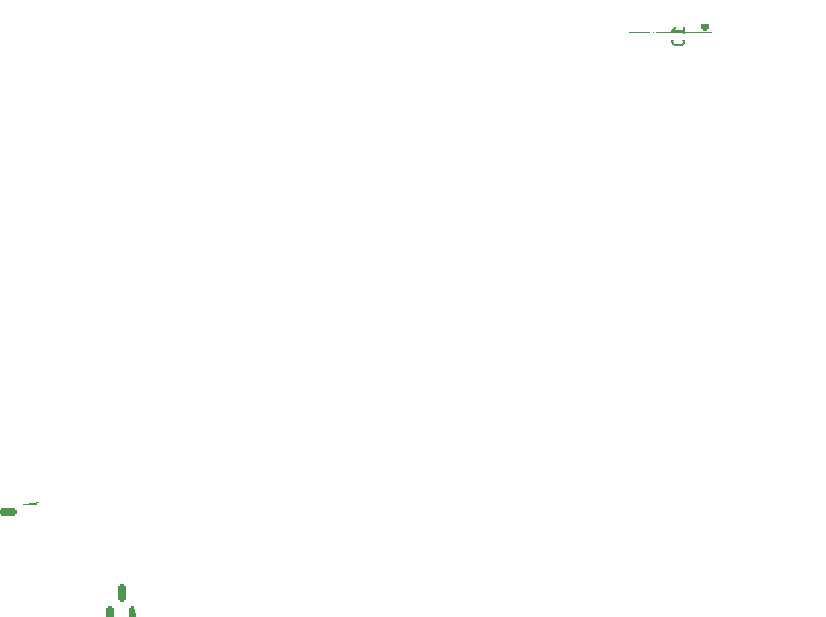
<source format=gbo>
G04 #@! TF.GenerationSoftware,KiCad,Pcbnew,(6.0.8)*
G04 #@! TF.CreationDate,2023-07-21T17:02:47-07:00*
G04 #@! TF.ProjectId,jesnet_proto_1,6a65736e-6574-45f7-9072-6f746f5f312e,rev?*
G04 #@! TF.SameCoordinates,Original*
G04 #@! TF.FileFunction,Legend,Bot*
G04 #@! TF.FilePolarity,Positive*
%FSLAX46Y46*%
G04 Gerber Fmt 4.6, Leading zero omitted, Abs format (unit mm)*
G04 Created by KiCad (PCBNEW (6.0.8)) date 2023-07-21 17:02:47*
%MOMM*%
%LPD*%
G01*
G04 APERTURE LIST*
G04 Aperture macros list*
%AMRoundRect*
0 Rectangle with rounded corners*
0 $1 Rounding radius*
0 $2 $3 $4 $5 $6 $7 $8 $9 X,Y pos of 4 corners*
0 Add a 4 corners polygon primitive as box body*
4,1,4,$2,$3,$4,$5,$6,$7,$8,$9,$2,$3,0*
0 Add four circle primitives for the rounded corners*
1,1,$1+$1,$2,$3*
1,1,$1+$1,$4,$5*
1,1,$1+$1,$6,$7*
1,1,$1+$1,$8,$9*
0 Add four rect primitives between the rounded corners*
20,1,$1+$1,$2,$3,$4,$5,0*
20,1,$1+$1,$4,$5,$6,$7,0*
20,1,$1+$1,$6,$7,$8,$9,0*
20,1,$1+$1,$8,$9,$2,$3,0*%
%AMHorizOval*
0 Thick line with rounded ends*
0 $1 width*
0 $2 $3 position (X,Y) of the first rounded end (center of the circle)*
0 $4 $5 position (X,Y) of the second rounded end (center of the circle)*
0 Add line between two ends*
20,1,$1,$2,$3,$4,$5,0*
0 Add two circle primitives to create the rounded ends*
1,1,$1,$2,$3*
1,1,$1,$4,$5*%
%AMRotRect*
0 Rectangle, with rotation*
0 The origin of the aperture is its center*
0 $1 length*
0 $2 width*
0 $3 Rotation angle, in degrees counterclockwise*
0 Add horizontal line*
21,1,$1,$2,0,0,$3*%
%AMFreePoly0*
4,1,162,-0.395661,5.240493,-0.345056,5.181347,-0.325106,5.106108,-0.339760,5.029659,-0.386115,4.967127,-0.455001,4.930884,-0.469292,4.930373,-0.689542,4.854772,-0.910067,4.743212,-1.113192,4.602437,-1.224540,4.500000,0.900000,4.500000,0.958779,4.480902,0.995106,4.430902,0.995106,4.369098,0.958779,4.319098,0.900000,4.300000,-1.406440,4.300000,-1.452262,4.244409,-1.581788,4.033933,
-1.681197,3.807670,-1.711723,3.700000,1.400000,3.700000,1.458779,3.680902,1.495106,3.630902,1.495106,3.569098,1.458779,3.519098,1.400000,3.500000,-1.758357,3.500000,-1.782745,3.325134,-1.782961,3.077996,-1.758454,2.900000,1.400000,2.900000,1.458779,2.880902,1.495106,2.830902,1.495106,2.769098,1.458779,2.719098,1.400000,2.700000,-1.711747,2.700000,-1.682256,2.595284,
-1.583242,2.368847,-1.454084,2.158145,-1.406328,2.100000,0.900000,2.100000,0.958779,2.080902,0.995106,2.030902,0.995106,1.969098,0.958779,1.919098,0.900000,1.900000,-1.224473,1.900000,-1.115640,1.799525,-0.912761,1.658396,-0.692431,1.546451,-0.472033,1.470369,-0.457435,1.469770,-0.388739,1.433167,-0.342711,1.370393,-0.328459,1.293869,-0.348802,1.218734,-0.399716,1.159854,
-0.471127,1.128879,-0.548906,1.131934,-0.549496,1.132094,-0.549715,1.132211,-0.813897,1.222390,-1.064824,1.346638,-1.297400,1.502555,-1.488802,1.670899,-1.732282,1.488289,-1.534018,1.324096,-1.284090,1.161605,-1.017142,1.028916,-0.736712,0.927790,-0.446518,0.859565,-0.150405,0.825147,0.147701,0.824991,0.443850,0.859100,0.734115,0.927021,1.014650,1.027854,1.281737,1.160263,
1.531835,1.322492,1.761629,1.512392,1.968074,1.727445,2.139589,1.953163,2.145124,1.967448,2.210057,2.028255,2.294938,2.054887,2.382970,2.042076,2.456738,1.992356,2.501648,1.915564,2.508813,1.826894,2.476817,1.743887,2.476427,1.743309,2.476270,1.743163,2.281258,1.484811,2.058726,1.248500,1.811851,1.037748,1.543552,0.855047,1.257002,0.702557,0.955590,0.582082,
0.642879,0.495045,0.585024,0.485550,0.597174,0.473315,0.687196,0.329249,0.743064,0.168820,0.762000,0.000000,0.761703,-0.021276,0.738060,-0.189502,0.677735,-0.348309,0.583726,-0.489804,0.460705,-0.606956,0.314786,-0.693941,0.153221,-0.746436,-0.015958,-0.761833,-0.184344,-0.739365,-0.343569,-0.680150,-0.485717,-0.587131,-0.603725,-0.464931,-0.691726,-0.319622,-0.745348,-0.158429,
-0.761926,0.010639,-0.740634,0.179178,-0.682532,0.338812,-0.590508,0.481606,-0.586175,0.485849,-0.645927,0.495719,-0.958548,0.583083,-1.259834,0.703873,-1.546224,0.856663,-1.814331,1.039644,-2.060986,1.250654,-2.283271,1.487198,-2.478559,1.746479,-2.478947,1.747059,-2.510566,1.830209,-2.502999,1.918847,-2.457741,1.995435,-2.383748,2.044819,-2.295658,2.057231,-2.210900,2.030214,
-2.146243,1.969113,-2.140890,1.955110,-2.069220,1.860585,-1.800958,2.061781,-1.847253,2.131256,-1.970799,2.382530,-2.060514,2.647772,-2.114864,2.922450,-2.132921,3.201871,-2.114376,3.481260,-2.059546,3.755842,-1.969368,4.020927,-1.845383,4.271984,-1.689710,4.504724,-1.505008,4.715169,-1.294433,4.899724,-1.061585,5.055235,-0.810441,5.179044,-0.545293,5.269037,-0.544703,5.269194,
-0.466909,5.271843,-0.395661,5.240493,-0.395661,5.240493,$1*%
%AMFreePoly1*
4,1,167,-0.395661,5.240493,-0.345056,5.181347,-0.325106,5.106108,-0.339760,5.029659,-0.386115,4.967127,-0.455001,4.930884,-0.469292,4.930373,-0.557778,4.900000,0.100000,4.900000,0.158779,4.880902,0.195106,4.830902,0.195106,4.769098,0.158779,4.719098,0.100000,4.700000,-0.972418,4.700000,-1.113192,4.602437,-1.295071,4.435114,-1.452262,4.244409,-1.541131,4.100000,1.200000,4.100000,
1.258779,4.080902,1.295106,4.030902,1.295106,3.969098,1.258779,3.919098,1.200000,3.900000,-1.640632,3.900000,-1.681197,3.807670,-1.748608,3.569903,-1.782745,3.325134,-1.782767,3.300000,1.400000,3.300000,1.458779,3.280902,1.495106,3.230902,1.495106,3.169098,1.458779,3.119098,1.400000,3.100000,-1.782942,3.100000,-1.782961,3.077996,-1.749252,2.833168,-1.682256,2.595284,
-1.640591,2.500000,1.200000,2.500000,1.258779,2.480902,1.295106,2.430902,1.295106,2.369098,1.258779,2.319098,1.200000,2.300000,-1.541040,2.300000,-1.454084,2.158145,-1.297227,1.967166,-1.115640,1.799525,-0.972569,1.700000,0.100000,1.700000,0.158779,1.680902,0.195106,1.630902,0.195106,1.569098,0.158779,1.519098,0.100000,1.500000,-0.557870,1.500000,-0.472033,1.470369,
-0.457435,1.469770,-0.388739,1.433167,-0.342711,1.370393,-0.328459,1.293869,-0.348802,1.218734,-0.399716,1.159854,-0.471127,1.128879,-0.548906,1.131934,-0.549496,1.132094,-0.549715,1.132211,-0.813897,1.222390,-1.064824,1.346638,-1.297400,1.502555,-1.488802,1.670899,-1.730915,1.489314,-1.518519,1.313950,-1.268589,1.151950,-1.001709,1.019722,-0.721410,0.919016,-0.431401,0.851164,
-0.135518,0.817065,0.162323,0.817169,0.458182,0.851475,0.748143,0.919529,1.028372,1.020430,1.295160,1.152845,1.544977,1.315019,1.774518,1.504809,1.980746,1.719703,2.152088,1.945216,2.157624,1.959503,2.222558,2.020310,2.307438,2.046942,2.395470,2.034131,2.469238,1.984411,2.514148,1.907619,2.521313,1.818949,2.489317,1.735942,2.488927,1.735363,2.488768,1.735215,
2.293944,1.477087,2.071644,1.240954,1.825040,1.030330,1.557042,0.847701,1.270814,0.695222,0.969734,0.574694,0.657356,0.487538,0.593504,0.477011,0.597174,0.473315,0.687196,0.329249,0.743064,0.168820,0.762000,0.000000,0.761703,-0.021276,0.738060,-0.189502,0.677735,-0.348309,0.583726,-0.489804,0.460705,-0.606956,0.314786,-0.693941,0.153221,-0.746436,-0.015958,-0.761833,
-0.184344,-0.739365,-0.343569,-0.680150,-0.485717,-0.587131,-0.603725,-0.464931,-0.691726,-0.319622,-0.745348,-0.158429,-0.761926,0.010639,-0.740634,0.179178,-0.682532,0.338812,-0.591122,0.480654,-0.630320,0.487088,-0.942759,0.574026,-1.243924,0.694344,-1.530258,0.846623,-1.798383,1.029065,-2.045135,1.239517,-2.267600,1.475495,-2.463153,1.734213,-2.463542,1.734793,-2.495307,1.817888,
-2.487894,1.906539,-2.442770,1.983205,-2.368863,2.032718,-2.280794,2.045284,-2.195989,2.018415,-2.131226,1.957427,-2.125847,1.943429,-2.065140,1.863645,-1.800958,2.061781,-1.847253,2.131256,-1.970799,2.382530,-2.060514,2.647772,-2.114864,2.922450,-2.132921,3.201871,-2.114376,3.481260,-2.059546,3.755842,-1.969368,4.020927,-1.845383,4.271984,-1.689710,4.504724,-1.505008,4.715169,
-1.294433,4.899724,-1.061585,5.055235,-0.810441,5.179044,-0.545293,5.269037,-0.544703,5.269194,-0.466909,5.271843,-0.395661,5.240493,-0.395661,5.240493,$1*%
%AMFreePoly2*
4,1,396,0.298095,7.025963,0.622659,6.973352,0.938992,6.883665,1.242873,6.758100,1.530247,6.598332,1.797282,6.406492,2.040414,6.185139,2.256400,5.937228,2.442358,5.666064,2.595807,5.375266,2.714701,5.068714,2.797453,4.750497,2.842959,4.424860,2.850611,4.096148,2.820309,3.768746,2.752455,3.447023,2.647956,3.135270,2.508206,2.837646,2.335068,2.558123,2.153620,2.329157,
2.343432,2.139387,2.384009,2.182744,2.585550,2.451341,2.756803,2.740193,2.895752,3.045899,3.000760,3.364860,3.070592,3.693321,3.104426,4.027414,3.101862,4.363206,3.062932,4.696744,2.988094,5.024100,2.878228,5.341420,2.741434,5.630583,2.730471,5.643116,2.706731,5.728850,2.722519,5.816398,2.774711,5.888438,2.852981,5.930718,2.941844,5.934874,3.023718,5.900082,
3.082405,5.833227,3.082737,5.832613,3.082792,5.832414,3.238818,5.504369,3.360115,5.161005,3.444974,4.806871,3.492473,4.445822,3.502094,4.081790,3.473733,3.718736,3.407697,3.360614,3.304707,3.011322,3.165883,2.674662,2.992736,2.354299,2.787152,2.053721,2.551368,1.776200,2.287951,1.524756,1.999769,1.302128,1.689959,1.110739,1.361893,0.952672,1.019143,0.829648,
0.665441,0.743007,0.308006,0.694151,0.321129,0.689478,0.334039,0.684881,0.477472,0.593856,0.597174,0.473315,0.687196,0.329249,0.743064,0.168820,0.762000,0.000000,0.761703,-0.021276,0.738060,-0.189502,0.677735,-0.348309,0.583726,-0.489804,0.460705,-0.606956,0.314786,-0.693941,0.153221,-0.746436,-0.015958,-0.761833,-0.184344,-0.739365,-0.343569,-0.680150,-0.485717,-0.587131,
-0.603725,-0.464931,-0.691726,-0.319622,-0.745348,-0.158429,-0.761926,0.010639,-0.740634,0.179178,-0.682532,0.338812,-0.590508,0.481606,-0.469134,0.600464,-0.324444,0.689478,-0.295116,0.699462,-0.422535,0.708771,-0.780985,0.773002,-1.130791,0.874233,-1.468146,1.011360,-1.789376,1.182892,-2.090986,1.386960,-2.091543,1.387381,-2.148579,1.455650,-2.170368,1.541901,-2.152597,1.629068,
-2.098784,1.699906,-2.019575,1.740400,-1.930641,1.742538,-1.849577,1.705898,-1.839098,1.693400,-1.574076,1.514891,-1.276876,1.358575,-0.964488,1.235380,-0.640592,1.146756,-0.309001,1.093747,0.026382,1.076977,0.361608,1.096643,0.692729,1.152513,1.015848,1.243931,1.327160,1.369819,1.623000,1.528695,1.899884,1.718690,2.060447,1.856686,1.870825,2.046266,1.640468,1.863942,
1.360839,1.690974,1.063131,1.551403,0.751315,1.447093,0.429550,1.379434,0.102131,1.349330,-0.226577,1.357181,-0.552186,1.402884,-0.870353,1.485828,-1.176833,1.604907,-1.467538,1.758533,-1.738589,1.944655,-1.986370,2.160791,-2.207575,2.404057,-2.399254,2.671207,-2.558848,2.958679,-2.684229,3.262635,-2.773724,3.579022,-2.826140,3.903618,-2.840776,4.232093,-2.817438,4.560065,
-2.756436,4.883158,-2.658586,5.197061,-2.525191,5.497587,-2.358033,5.780727,-2.309419,5.818890,-2.247659,5.821190,-2.196341,5.786749,-2.175069,5.728722,-2.191967,5.669273,-2.202356,5.661117,-2.357382,5.397107,-2.484632,5.104865,-2.575895,4.799465,-2.629852,4.485320,-2.645723,4.166971,-2.623278,3.849018,-2.562844,3.536055,-2.465291,3.232605,-2.332031,2.943054,-2.164989,2.671586,
-1.966580,2.422123,-1.739669,2.198271,-1.487537,2.003265,-1.213826,1.839923,-0.922493,1.710604,-0.617748,1.617179,-0.303994,1.560997,0.014235,1.542870,0.332339,1.563060,0.645723,1.621275,0.949856,1.716674,1.240345,1.847878,1.512990,2.012991,1.732224,2.184836,1.277196,2.639763,1.219314,2.589316,0.987802,2.437517,0.737787,2.318635,0.473919,2.234884,0.201109,2.187820,
-0.075569,2.178319,-0.350965,2.206559,-0.619956,2.272014,-0.877537,2.373466,-1.118916,2.509027,-1.339601,2.676175,-1.535487,2.871801,-1.702928,3.092264,-1.838810,3.333463,-1.940604,3.590909,-2.006416,3.859813,-2.035022,4.135171,-2.025889,4.411861,-1.979187,4.684734,-1.895786,4.948713,-1.777236,5.198886,-1.731841,5.240826,-1.670464,5.248074,-1.616549,5.217860,-1.590689,5.161727,
-1.602764,5.101114,-1.611861,5.092710,-1.718518,4.865634,-1.795086,4.614355,-1.834976,4.354715,-1.837368,4.092040,-1.802214,3.831717,-1.730234,3.579085,-1.622906,3.339326,-1.482429,3.117357,-1.311687,2.917730,-1.114179,2.744540,-0.893958,2.601340,-0.655539,2.491065,-0.403813,2.415978,-0.143943,2.377618,0.118741,2.376774,0.378853,2.413461,0.631056,2.486927,0.870179,2.595666,
1.091317,2.737447,1.138576,2.778353,0.701768,3.215063,0.596226,3.141209,0.406467,3.052494,0.204257,2.997816,-0.004351,2.978812,-0.213112,2.996051,-0.415778,3.049016,-0.606279,3.136123,-0.778915,3.254763,-0.928516,3.401385,-1.050604,3.571600,-1.141525,3.760312,-1.198555,3.961871,-1.219989,4.170243,-1.205185,4.379191,-1.154585,4.582460,-1.117441,4.631857,-1.058357,4.649987,
-0.999900,4.629925,-0.964399,4.579335,-0.965415,4.517540,-0.972312,4.508368,-1.014976,4.329932,-1.023313,4.135682,-0.994468,3.943404,-0.929500,3.760151,-0.830789,3.592643,-0.701958,3.447023,-0.547730,3.328631,-0.373762,3.241811,-0.186433,3.189745,0.007385,3.174344,0.200585,3.196172,0.386082,3.254428,0.557072,3.346977,0.564071,3.352729,0.103873,3.812825,0.000000,3.796373,
-0.124569,3.816103,-0.236944,3.873361,-0.326125,3.962542,-0.383383,4.074917,-0.403113,4.199486,-0.383383,4.324055,-0.326125,4.436430,-0.236944,4.525611,-0.124569,4.582869,0.000000,4.602599,0.124569,4.582869,0.236944,4.525611,0.326125,4.436430,0.383383,4.324055,0.403113,4.199486,0.386676,4.095708,0.842163,3.640322,0.924304,3.790933,0.983153,3.976242,1.005598,4.169372,
0.990816,4.363238,0.939349,4.550732,0.853085,4.724977,0.735188,4.879583,0.589980,5.008879,0.422788,5.108124,0.239743,5.173678,0.047559,5.203137,-0.146717,5.195421,-0.325288,5.153328,-0.334482,5.146460,-0.396280,5.145641,-0.446757,5.181303,-0.466632,5.239824,-0.448313,5.298851,-0.398798,5.335836,-0.195368,5.385786,0.013626,5.399923,0.221929,5.377823,0.423305,5.320148,
0.611725,5.228625,0.781549,5.105994,0.927692,4.955925,1.045780,4.782911,1.132277,4.592132,1.184595,4.389298,1.201167,4.180483,1.181496,3.971936,1.126172,3.769902,1.036851,3.580428,0.981150,3.501366,1.421462,3.061152,1.461958,3.107887,1.603859,3.328948,1.712727,3.568012,1.786330,3.820176,1.823158,4.080267,1.822456,4.342952,1.784237,4.602843,1.709286,4.854610,
1.599141,5.093088,1.456059,5.313387,1.282977,5.510988,1.083443,5.681839,0.861550,5.822435,0.621848,5.929894,0.369256,6.002010,0.108952,6.037305,-0.153725,6.035055,-0.413386,5.995307,-0.664706,5.918874,-0.891839,5.812341,-0.900250,5.803248,-0.960869,5.791207,-1.016988,5.817097,-1.047172,5.871029,-1.039892,5.932402,-0.997926,5.977774,-0.747689,6.096187,-0.483665,6.179446,
-0.210767,6.225999,0.065927,6.234982,0.341270,6.206228,0.610139,6.140270,0.867530,6.038337,1.108655,5.902324,1.329027,5.734764,1.524546,5.538772,1.691575,5.317996,1.827006,5.076544,1.928318,4.818908,1.993627,4.549881,2.021718,4.274470,2.012067,3.997798,1.964856,3.725013,1.880961,3.461190,1.761944,3.211239,1.610020,2.979810,1.560076,2.922568,2.015028,2.467718,
2.186096,2.685690,2.351375,2.958236,2.482755,3.248645,2.578337,3.552720,2.636742,3.866069,2.657124,4.184161,2.639190,4.502400,2.583198,4.816188,2.489957,5.120990,2.360815,5.412402,2.197638,5.686211,2.002784,5.938461,1.779070,6.165507,1.529727,6.364068,1.258360,6.531274,0.968889,6.664709,0.665499,6.762445,0.352573,6.823069,0.034633,6.845705,-0.283726,6.830027,
-0.597903,6.776260,-0.903358,6.685182,-1.195677,6.558109,-1.459782,6.403241,-1.467943,6.392859,-1.527402,6.375997,-1.585416,6.397305,-1.619827,6.448643,-1.617490,6.510402,-1.579297,6.558993,-1.296056,6.725979,-0.995449,6.859192,-0.681486,6.956852,-0.358357,7.017658,-0.030371,7.040798,0.298095,7.025963,0.298095,7.025963,$1*%
%AMFreePoly3*
4,1,342,0.155291,0.579555,0.300000,0.519615,0.424264,0.424264,0.519615,0.300000,0.579555,0.155291,0.600000,0.000000,0.579555,-0.155291,0.519615,-0.300000,0.424264,-0.424264,0.300000,-0.519615,0.155291,-0.579555,0.100000,-0.586834,0.100000,-0.799910,0.155299,-0.799678,0.507653,-0.833906,0.854759,-0.903498,1.193075,-1.007746,1.519152,-1.145586,1.829662,-1.315612,2.121439,-1.516090,
2.121993,-1.516514,2.178654,-1.585095,2.199969,-1.671464,2.181720,-1.758533,2.127520,-1.829074,2.048089,-1.869133,1.959144,-1.870783,1.878283,-1.833698,1.867831,-1.821092,1.601005,-1.639340,1.301552,-1.480058,0.986535,-1.354333,0.659700,-1.263662,0.324934,-1.209123,-0.013780,-1.191365,-0.352414,-1.210600,-0.686939,-1.266597,-1.013376,-1.358692,-1.327842,-1.485789,-1.626597,-1.646375,
-1.906087,-1.838541,-2.052447,-1.964711,-1.570297,-2.446861,-1.392771,-2.306979,-1.133072,-2.150302,-0.855925,-2.027091,-0.565622,-1.939253,-0.266658,-1.888148,0.036338,-1.874568,0.338675,-1.898722,0.635672,-1.960236,0.922731,-2.058159,1.195405,-2.190973,1.449475,-2.356623,1.681005,-2.552544,1.886411,-2.775702,2.062513,-3.022642,2.206583,-3.289541,2.316392,-3.572266,2.390239,-3.866439,
2.426981,-4.167506,2.426048,-4.470805,2.387455,-4.771640,2.311801,-5.065354,2.200255,-5.347397,2.054545,-5.613405,2.007008,-5.652901,1.945335,-5.656911,1.893083,-5.623905,1.870210,-5.566489,1.885455,-5.506595,1.895410,-5.498324,2.028796,-5.253207,2.133710,-4.981354,2.202484,-4.698192,2.233957,-4.408501,2.227598,-4.117176,2.183512,-3.829135,2.102446,-3.549243,1.985768,-3.282228,
1.835449,-3.032598,1.654026,-2.804570,1.444565,-2.601993,1.210603,-2.428291,0.956091,-2.286395,0.685326,-2.178703,0.402882,-2.107033,0.113530,-2.072595,-0.177846,-2.075972,-0.466323,-2.117106,-0.747030,-2.195302,-1.015226,-2.309240,-1.266382,-2.456995,-1.431518,-2.585640,-0.988041,-3.029116,-0.834785,-2.918597,-0.615868,-2.806612,-0.382523,-2.729052,-0.140128,-2.687702,0.105734,-2.683517,
0.349396,-2.716591,0.585246,-2.786164,0.807848,-2.890633,1.012074,-3.027589,1.193218,-3.193878,1.347107,-3.385669,1.470195,-3.598542,1.559646,-3.827592,1.613398,-4.067542,1.630214,-4.312863,1.609706,-4.557904,1.552346,-4.797017,1.459456,-5.024694,1.416101,-5.068740,1.355137,-5.078890,1.299849,-5.051267,1.271357,-4.996423,1.280544,-4.935306,1.289346,-4.926364,1.372329,-4.719007,
1.422609,-4.489122,1.434366,-4.254097,1.407279,-4.020342,1.342088,-3.794234,1.240570,-3.581938,1.105495,-3.389248,0.940546,-3.221417,0.750224,-3.083025,0.539719,-2.977846,0.314773,-2.908748,0.081522,-2.877617,-0.153671,-2.885302,-0.384392,-2.931593,-0.604347,-3.015228,-0.807537,-3.133925,-0.848852,-3.168305,-0.428332,-3.588825,-0.411133,-3.616295,-0.279571,-3.550440,-0.113852,-3.508143,
0.057071,-3.502038,0.225386,-3.532406,0.383399,-3.597857,0.523889,-3.695400,0.640433,-3.820578,0.727706,-3.967668,0.781717,-4.129948,0.800000,-4.300000,0.780902,-4.358779,0.730902,-4.395106,0.669098,-4.395106,0.619098,-4.358779,0.600000,-4.300000,0.603447,-4.289392,0.586263,-4.151538,0.531878,-4.012162,0.444943,-3.890401,0.330777,-3.793708,0.196368,-3.727999,0.049941,-3.697297,
-0.099542,-3.703479,-0.242933,-3.746169,-0.371457,-3.822752,-0.477248,-3.928543,-0.553831,-4.057067,-0.596521,-4.200458,-0.602703,-4.349941,-0.572001,-4.496368,-0.506292,-4.630777,-0.409599,-4.744943,-0.287838,-4.831878,-0.148462,-4.886263,-0.010608,-4.903447,0.000000,-4.900000,0.058779,-4.919098,0.095106,-4.969098,0.095106,-5.030902,0.058779,-5.080902,0.000000,-5.100000,-0.170052,-5.081717,
-0.332332,-5.027706,-0.479422,-4.940433,-0.604600,-4.823889,-0.702143,-4.683399,-0.767594,-4.525386,-0.797962,-4.357071,-0.791857,-4.186148,-0.749560,-4.020429,-0.683695,-3.888848,-0.711422,-3.871421,-1.131920,-3.450923,-1.142060,-3.462686,-1.264269,-3.663784,-1.351711,-3.882253,-1.402003,-4.112135,-1.413772,-4.347160,-1.386698,-4.580916,-1.321518,-4.807028,-1.220011,-5.019329,-1.084946,-5.212026,
-0.920006,-5.379865,-0.729690,-5.518267,-0.519191,-5.623457,-0.294248,-5.692566,-0.060999,-5.723709,0.174195,-5.716036,0.404918,-5.669757,0.613682,-5.590390,0.622778,-5.581743,0.684046,-5.573619,0.738387,-5.603060,0.765045,-5.658819,0.753838,-5.719598,0.709044,-5.762181,0.479789,-5.851102,0.239716,-5.904300,-0.005644,-5.920549,-0.250636,-5.899474,-0.489617,-5.841562,-0.717078,-5.748146,
-0.927781,-5.621379,-1.116869,-5.464182,-1.279987,-5.280176,-1.413375,-5.073602,-1.513961,-4.849219,-1.579427,-4.612196,-1.608264,-4.367996,-1.599808,-4.122244,-1.554255,-3.880603,-1.472652,-3.648641,-1.356882,-3.431702,-1.268849,-3.313994,-1.717541,-2.865302,-1.877055,-3.075621,-2.021549,-3.328667,-2.132008,-3.598315,-2.206567,-3.880010,-2.243965,-4.168995,-2.243572,-4.460389,-2.205394,-4.749272,
-2.130076,-5.030765,-2.018890,-5.300114,-1.873714,-5.552769,-1.696999,-5.784465,-1.491731,-5.991288,-1.261374,-6.169745,-1.009821,-6.316823,-0.741318,-6.430037,-0.460401,-6.507475,-0.171814,-6.547831,0.119569,-6.550421,0.408828,-6.515203,0.691077,-6.442772,0.961550,-6.334350,1.204922,-6.197803,1.213063,-6.187743,1.272755,-6.171725,1.330461,-6.193852,1.364141,-6.245673,1.360928,-6.307393,
1.322051,-6.355437,1.057951,-6.504576,0.777373,-6.619761,0.484663,-6.699209,0.184352,-6.741690,-0.118909,-6.746546,-0.420426,-6.713702,-0.715530,-6.643667,-0.999652,-6.537525,-1.268392,-6.396919,-1.517589,-6.224027,-1.743386,-6.021524,-1.942285,-5.792548,-2.111208,-5.540643,-2.247539,-5.269709,-2.349167,-4.983942,-2.414519,-4.687765,-2.442582,-4.385766,-2.432922,-4.082619,-2.385689,-3.783019,
-2.301613,-3.491604,-2.181998,-3.212887,-2.028694,-2.951183,-1.856329,-2.726514,-2.336584,-2.246259,-2.394243,-2.308122,-2.597102,-2.579951,-2.769153,-2.872254,-2.908347,-3.181556,-3.013031,-3.504176,-3.081957,-3.836278,-3.114308,-4.173911,-3.109697,-4.513059,-3.068180,-4.849688,-2.990251,-5.179793,-2.876836,-5.499449,-2.736235,-5.790465,-2.725123,-5.802953,-2.700658,-5.888482,-2.715703,-5.976161,
-2.767283,-6.048641,-2.845192,-6.091583,-2.934017,-6.096491,-3.016182,-6.062395,-3.075434,-5.996039,-3.075771,-5.995427,-3.075824,-5.995239,-3.230726,-5.677904,-3.353137,-5.345728,-3.441420,-5.002899,-3.494674,-4.652914,-3.512355,-4.299342,-3.494284,-3.945790,-3.440645,-3.595864,-3.351985,-3.253133,-3.229207,-2.921092,-3.073565,-2.603128,-2.886646,-2.302484,-2.670356,-2.022227,-2.426901,-1.765214,
-2.158765,-1.534068,-1.868682,-1.331146,-1.559611,-1.158518,-1.234704,-1.017943,-0.897276,-0.910857,-0.550767,-0.838351,-0.198712,-0.801165,-0.100000,-0.800750,-0.100000,-0.586834,-0.155291,-0.579555,-0.300000,-0.519615,-0.424264,-0.424264,-0.519615,-0.300000,-0.579555,-0.155291,-0.600000,0.000000,-0.579555,0.155291,-0.519615,0.300000,-0.424264,0.424264,-0.300000,0.519615,-0.155291,0.579555,
0.000000,0.600000,0.155291,0.579555,0.155291,0.579555,$1*%
%AMFreePoly4*
4,1,396,0.298095,7.025963,0.622659,6.973352,0.938992,6.883665,1.242873,6.758100,1.530247,6.598332,1.797282,6.406492,2.040414,6.185139,2.256400,5.937228,2.442358,5.666064,2.595807,5.375266,2.714701,5.068714,2.797453,4.750497,2.842959,4.424860,2.850611,4.096148,2.820309,3.768746,2.752455,3.447023,2.647956,3.135270,2.508206,2.837646,2.335068,2.558123,2.153620,2.329157,
2.343432,2.139387,2.384009,2.182744,2.585550,2.451341,2.756803,2.740193,2.895752,3.045899,3.000760,3.364860,3.070592,3.693321,3.104426,4.027414,3.101862,4.363206,3.062932,4.696744,2.988094,5.024100,2.878228,5.341420,2.741434,5.630583,2.730471,5.643116,2.706731,5.728850,2.722519,5.816398,2.774711,5.888438,2.852981,5.930718,2.941844,5.934874,3.023718,5.900082,
3.082405,5.833227,3.082737,5.832613,3.082792,5.832414,3.238818,5.504369,3.360115,5.161005,3.444974,4.806871,3.492473,4.445822,3.502094,4.081790,3.473733,3.718736,3.407697,3.360614,3.304707,3.011322,3.165883,2.674662,2.992736,2.354299,2.787152,2.053721,2.551368,1.776200,2.287951,1.524756,1.999769,1.302128,1.689959,1.110739,1.361893,0.952672,1.019143,0.829648,
0.665441,0.743007,0.308006,0.694151,0.321129,0.689478,0.334039,0.684881,0.477472,0.593856,0.597174,0.473315,0.687196,0.329249,0.743064,0.168820,0.762000,0.000000,0.761703,-0.021276,0.738060,-0.189502,0.677735,-0.348309,0.583726,-0.489804,0.460705,-0.606956,0.314786,-0.693941,0.153221,-0.746436,-0.015958,-0.761833,-0.184344,-0.739365,-0.343569,-0.680150,-0.485717,-0.587131,
-0.603725,-0.464931,-0.691726,-0.319622,-0.745348,-0.158429,-0.761926,0.010639,-0.740634,0.179178,-0.682532,0.338812,-0.590508,0.481606,-0.469134,0.600464,-0.324444,0.689478,-0.295116,0.699462,-0.422535,0.708771,-0.780985,0.773002,-1.130791,0.874233,-1.468146,1.011360,-1.789376,1.182892,-2.090986,1.386960,-2.091543,1.387381,-2.148579,1.455650,-2.170368,1.541901,-2.152597,1.629068,
-2.098784,1.699906,-2.019575,1.740400,-1.930641,1.742538,-1.849577,1.705898,-1.839098,1.693400,-1.574076,1.514891,-1.276876,1.358575,-0.964488,1.235380,-0.640592,1.146756,-0.309001,1.093747,0.026382,1.076977,0.361608,1.096643,0.692729,1.152513,1.015848,1.243931,1.327160,1.369819,1.623000,1.528695,1.899884,1.718690,2.060447,1.856686,1.870825,2.046266,1.640468,1.863942,
1.360839,1.690974,1.063131,1.551403,0.751315,1.447093,0.429550,1.379434,0.102131,1.349330,-0.226577,1.357181,-0.552186,1.402884,-0.870353,1.485828,-1.176833,1.604907,-1.467538,1.758533,-1.738589,1.944655,-1.986370,2.160791,-2.207575,2.404057,-2.399254,2.671207,-2.558848,2.958679,-2.684229,3.262635,-2.773724,3.579022,-2.826140,3.903618,-2.840776,4.232093,-2.817438,4.560065,
-2.756436,4.883158,-2.658586,5.197061,-2.525191,5.497587,-2.358033,5.780727,-2.309419,5.818890,-2.247659,5.821190,-2.196341,5.786749,-2.175069,5.728722,-2.191967,5.669273,-2.202356,5.661117,-2.357382,5.397107,-2.484632,5.104865,-2.575895,4.799465,-2.629852,4.485320,-2.645723,4.166971,-2.623278,3.849018,-2.562844,3.536055,-2.465291,3.232605,-2.332031,2.943054,-2.164989,2.671586,
-1.966580,2.422123,-1.739669,2.198271,-1.487537,2.003265,-1.213826,1.839923,-0.922493,1.710604,-0.617748,1.617179,-0.303994,1.560997,0.014235,1.542870,0.332339,1.563060,0.645723,1.621275,0.949856,1.716674,1.240345,1.847878,1.512990,2.012991,1.732224,2.184836,1.277196,2.639763,1.219314,2.589316,0.987802,2.437517,0.737787,2.318635,0.473919,2.234884,0.201109,2.187820,
-0.075569,2.178319,-0.350965,2.206559,-0.619956,2.272014,-0.877537,2.373466,-1.118916,2.509027,-1.339601,2.676175,-1.535487,2.871801,-1.702928,3.092264,-1.838810,3.333463,-1.940604,3.590909,-2.006416,3.859813,-2.035022,4.135171,-2.025889,4.411861,-1.979187,4.684734,-1.895786,4.948713,-1.777236,5.198886,-1.731841,5.240826,-1.670464,5.248074,-1.616549,5.217860,-1.590689,5.161727,
-1.602764,5.101114,-1.611861,5.092710,-1.718518,4.865634,-1.795086,4.614355,-1.834976,4.354715,-1.837368,4.092040,-1.802214,3.831717,-1.730234,3.579085,-1.622906,3.339326,-1.482429,3.117357,-1.311687,2.917730,-1.114179,2.744540,-0.893958,2.601340,-0.655539,2.491065,-0.403813,2.415978,-0.143943,2.377618,0.118741,2.376774,0.378853,2.413461,0.631056,2.486927,0.870179,2.595666,
1.091317,2.737447,1.138576,2.778353,0.701718,3.215114,0.600059,3.143430,0.410754,3.054069,0.208886,2.998653,0.000489,2.978840,-0.208205,2.995222,-0.410958,3.047309,-0.601707,3.133544,-0.774750,3.251349,-0.924912,3.397201,-1.047706,3.566740,-1.139458,3.754898,-1.197426,3.956048,-1.219878,4.164177,-1.206141,4.373062,-1.156627,4.576459,-1.119742,4.626049,-1.060753,4.644488,
-1.002192,4.624733,-0.966427,4.574329,-0.967119,4.512529,-0.973971,4.503317,-1.015681,4.324791,-1.023032,4.130626,-0.993260,3.938617,-0.927455,3.755796,-0.828028,3.588859,-0.698619,3.443921,-0.543968,3.326289,-0.369741,3.240273,-0.182318,3.189024,0.011435,3.174417,0.204423,3.196989,0.389577,3.255912,0.560115,3.349028,0.564305,3.352496,0.103873,3.812825,0.000000,3.796373,
-0.124569,3.816103,-0.236944,3.873361,-0.326125,3.962542,-0.383383,4.074917,-0.403113,4.199486,-0.383383,4.324055,-0.326125,4.436430,-0.236944,4.525611,-0.124569,4.582869,0.000000,4.602599,0.124569,4.582869,0.236944,4.525611,0.326125,4.436430,0.383383,4.324055,0.403113,4.199486,0.386676,4.095708,0.842354,3.640131,0.925593,3.793960,0.983815,3.979336,1.005656,4.172408,
0.990316,4.366105,0.938357,4.553332,0.851682,4.727233,0.733467,4.881437,0.588039,5.010296,0.420727,5.109091,0.237658,5.174204,0.045538,5.203249,-0.148597,5.195162,-0.326968,5.152775,-0.336151,5.145891,-0.397948,5.144965,-0.448486,5.180539,-0.468463,5.239025,-0.450248,5.298083,-0.400797,5.335155,-0.197589,5.385438,0.011242,5.399966,0.219455,5.378302,0.420823,5.321096,
0.609326,5.230056,0.779329,5.107906,0.925749,4.958296,1.044208,4.785701,1.131164,4.595279,1.184018,4.392725,1.201190,4.184094,1.182166,3.975624,1.127515,3.773547,1.038870,3.583906,0.981141,3.501375,1.421462,3.061152,1.461958,3.107887,1.603859,3.328948,1.712727,3.568012,1.786330,3.820176,1.823158,4.080267,1.822456,4.342952,1.784237,4.602843,1.709286,4.854610,
1.599141,5.093088,1.456059,5.313387,1.282977,5.510988,1.083443,5.681839,0.861550,5.822435,0.621848,5.929894,0.369256,6.002010,0.108952,6.037305,-0.153725,6.035055,-0.413386,5.995307,-0.664706,5.918874,-0.891839,5.812341,-0.900250,5.803248,-0.960869,5.791207,-1.016988,5.817097,-1.047172,5.871029,-1.039892,5.932402,-0.997926,5.977774,-0.747689,6.096187,-0.483665,6.179446,
-0.210767,6.225999,0.065927,6.234982,0.341270,6.206228,0.610139,6.140270,0.867530,6.038337,1.108655,5.902324,1.329027,5.734764,1.524546,5.538772,1.691575,5.317996,1.827006,5.076544,1.928318,4.818908,1.993627,4.549881,2.021718,4.274470,2.012067,3.997798,1.964856,3.725013,1.880961,3.461190,1.761944,3.211239,1.610020,2.979810,1.560076,2.922568,2.015028,2.467718,
2.186096,2.685690,2.351375,2.958236,2.482755,3.248645,2.578337,3.552720,2.636742,3.866069,2.657124,4.184161,2.639190,4.502400,2.583198,4.816188,2.489957,5.120990,2.360815,5.412402,2.197638,5.686211,2.002784,5.938461,1.779070,6.165507,1.529727,6.364068,1.258360,6.531274,0.968889,6.664709,0.665499,6.762445,0.352573,6.823069,0.034633,6.845705,-0.283726,6.830027,
-0.597903,6.776260,-0.903358,6.685182,-1.195677,6.558109,-1.459782,6.403241,-1.467943,6.392859,-1.527402,6.375997,-1.585416,6.397305,-1.619827,6.448643,-1.617490,6.510402,-1.579297,6.558993,-1.296056,6.725979,-0.995449,6.859192,-0.681486,6.956852,-0.358357,7.017658,-0.030371,7.040798,0.298095,7.025963,0.298095,7.025963,$1*%
%AMFreePoly5*
4,1,342,0.155291,0.579555,0.300000,0.519615,0.424264,0.424264,0.519615,0.300000,0.579555,0.155291,0.600000,0.000000,0.579555,-0.155291,0.519615,-0.300000,0.424264,-0.424264,0.300000,-0.519615,0.155291,-0.579555,0.100000,-0.586834,0.100000,-0.799910,0.155299,-0.799678,0.507653,-0.833906,0.854759,-0.903498,1.193075,-1.007746,1.519152,-1.145586,1.829662,-1.315612,2.121439,-1.516090,
2.121993,-1.516514,2.178654,-1.585095,2.199969,-1.671464,2.181720,-1.758533,2.127520,-1.829074,2.048089,-1.869133,1.959144,-1.870783,1.878283,-1.833698,1.867831,-1.821092,1.601005,-1.639340,1.301552,-1.480058,0.986535,-1.354333,0.659700,-1.263662,0.324934,-1.209123,-0.013780,-1.191365,-0.352414,-1.210600,-0.686939,-1.266597,-1.013376,-1.358692,-1.327842,-1.485789,-1.626597,-1.646375,
-1.906087,-1.838541,-2.052447,-1.964711,-1.570297,-2.446861,-1.392771,-2.306979,-1.133072,-2.150302,-0.855925,-2.027091,-0.565622,-1.939253,-0.266658,-1.888148,0.036338,-1.874568,0.338675,-1.898722,0.635672,-1.960236,0.922731,-2.058159,1.195405,-2.190973,1.449475,-2.356623,1.681005,-2.552544,1.886411,-2.775702,2.062513,-3.022642,2.206583,-3.289541,2.316392,-3.572266,2.390239,-3.866439,
2.426981,-4.167506,2.426048,-4.470805,2.387455,-4.771640,2.311801,-5.065354,2.200255,-5.347397,2.054545,-5.613405,2.007008,-5.652901,1.945335,-5.656911,1.893083,-5.623905,1.870210,-5.566489,1.885455,-5.506595,1.895410,-5.498324,2.028796,-5.253207,2.133710,-4.981354,2.202484,-4.698192,2.233957,-4.408501,2.227598,-4.117176,2.183512,-3.829135,2.102446,-3.549243,1.985768,-3.282228,
1.835449,-3.032598,1.654026,-2.804570,1.444565,-2.601993,1.210603,-2.428291,0.956091,-2.286395,0.685326,-2.178703,0.402882,-2.107033,0.113530,-2.072595,-0.177846,-2.075972,-0.466323,-2.117106,-0.747030,-2.195302,-1.015226,-2.309240,-1.266382,-2.456995,-1.431518,-2.585640,-0.987921,-3.029236,-0.838498,-2.920874,-0.619953,-2.808331,-0.386895,-2.730151,-0.144692,-2.688134,0.101080,-2.683249,
0.344762,-2.715606,0.580743,-2.784463,0.803588,-2.888232,1.008166,-3.024524,1.189767,-3.190201,1.344209,-3.381449,1.467936,-3.593863,1.558098,-3.822552,1.612620,-4.062250,1.630246,-4.307438,1.610570,-4.552470,1.554046,-4.791704,1.461975,-5.019632,1.418774,-5.063829,1.357845,-5.074191,1.302462,-5.046761,1.273778,-4.992017,1.282751,-4.930868,1.291523,-4.921894,1.373759,-4.714320,
1.423239,-4.484337,1.434203,-4.249346,1.406351,-4.015755,1.340443,-3.789929,1.238277,-3.578027,1.102636,-3.385823,0.937218,-3.218558,0.746533,-3.080790,0.535778,-2.976275,0.310700,-2.907863,0.077432,-2.877418,-0.157666,-2.885771,-0.388185,-2.932693,-0.607842,-3.016905,-0.810649,-3.136112,-0.848978,-3.168179,-0.428332,-3.588825,-0.411133,-3.616295,-0.279571,-3.550440,-0.113852,-3.508143,
0.057071,-3.502038,0.225386,-3.532406,0.383399,-3.597857,0.523889,-3.695400,0.640433,-3.820578,0.727706,-3.967668,0.781717,-4.129948,0.800000,-4.300000,0.780902,-4.358779,0.730902,-4.395106,0.669098,-4.395106,0.619098,-4.358779,0.600000,-4.300000,0.603447,-4.289392,0.586263,-4.151538,0.531878,-4.012162,0.444943,-3.890401,0.330777,-3.793708,0.196368,-3.727999,0.049941,-3.697297,
-0.099542,-3.703479,-0.242933,-3.746169,-0.371457,-3.822752,-0.477248,-3.928543,-0.553831,-4.057067,-0.596521,-4.200458,-0.602703,-4.349941,-0.572001,-4.496368,-0.506292,-4.630777,-0.409599,-4.744943,-0.287838,-4.831878,-0.148462,-4.886263,-0.010608,-4.903447,0.000000,-4.900000,0.058779,-4.919098,0.095106,-4.969098,0.095106,-5.030902,0.058779,-5.080902,0.000000,-5.100000,-0.170052,-5.081717,
-0.332332,-5.027706,-0.479422,-4.940433,-0.604600,-4.823889,-0.702143,-4.683399,-0.767594,-4.525386,-0.797962,-4.357071,-0.791857,-4.186148,-0.749560,-4.020429,-0.683695,-3.888848,-0.711422,-3.871421,-1.131738,-3.451105,-1.144207,-3.465647,-1.265866,-3.666991,-1.352738,-3.885610,-1.402454,-4.115543,-1.413658,-4.350522,-1.386047,-4.584142,-1.320371,-4.810035,-1.218422,-5.022042,-1.082978,-5.214385,
-0.917733,-5.381820,-0.727189,-5.519784,-0.516542,-5.624514,-0.291533,-5.693158,-0.058297,-5.723842,0.176810,-5.715731,0.407377,-5.669046,0.615933,-5.589335,0.625013,-5.580672,0.686266,-5.572442,0.740658,-5.601787,0.767414,-5.657500,0.756313,-5.718298,0.711595,-5.760960,0.482567,-5.850258,0.242665,-5.903875,-0.002588,-5.920576,-0.247544,-5.899976,-0.486563,-5.842549,-0.714141,-5.749618,
-0.925038,-5.623323,-1.114397,-5.466571,-1.277859,-5.282973,-1.411658,-5.076756,-1.512715,-4.852668,-1.578703,-4.615869,-1.608101,-4.371813,-1.600233,-4.126118,-1.555280,-3.884442,-1.474278,-3.652350,-1.359091,-3.435187,-1.268899,-3.313944,-1.717541,-2.865302,-1.877055,-3.075621,-2.021549,-3.328667,-2.132008,-3.598315,-2.206567,-3.880010,-2.243965,-4.168995,-2.243572,-4.460389,-2.205394,-4.749272,
-2.130076,-5.030765,-2.018890,-5.300114,-1.873714,-5.552769,-1.696999,-5.784465,-1.491731,-5.991288,-1.261374,-6.169745,-1.009821,-6.316823,-0.741318,-6.430037,-0.460401,-6.507475,-0.171814,-6.547831,0.119569,-6.550421,0.408828,-6.515203,0.691077,-6.442772,0.961550,-6.334350,1.204922,-6.197803,1.213063,-6.187743,1.272755,-6.171725,1.330461,-6.193852,1.364141,-6.245673,1.360928,-6.307393,
1.322051,-6.355437,1.057951,-6.504576,0.777373,-6.619761,0.484663,-6.699209,0.184352,-6.741690,-0.118909,-6.746546,-0.420426,-6.713702,-0.715530,-6.643667,-0.999652,-6.537525,-1.268392,-6.396919,-1.517589,-6.224027,-1.743386,-6.021524,-1.942285,-5.792548,-2.111208,-5.540643,-2.247539,-5.269709,-2.349167,-4.983942,-2.414519,-4.687765,-2.442582,-4.385766,-2.432922,-4.082619,-2.385689,-3.783019,
-2.301613,-3.491604,-2.181998,-3.212887,-2.028694,-2.951183,-1.856329,-2.726514,-2.336584,-2.246259,-2.394243,-2.308122,-2.597102,-2.579951,-2.769153,-2.872254,-2.908347,-3.181556,-3.013031,-3.504176,-3.081957,-3.836278,-3.114308,-4.173911,-3.109697,-4.513059,-3.068180,-4.849688,-2.990251,-5.179793,-2.876836,-5.499449,-2.736235,-5.790465,-2.725123,-5.802953,-2.700658,-5.888482,-2.715703,-5.976161,
-2.767283,-6.048641,-2.845192,-6.091583,-2.934017,-6.096491,-3.016182,-6.062395,-3.075434,-5.996039,-3.075771,-5.995427,-3.075824,-5.995239,-3.230726,-5.677904,-3.353137,-5.345728,-3.441420,-5.002899,-3.494674,-4.652914,-3.512355,-4.299342,-3.494284,-3.945790,-3.440645,-3.595864,-3.351985,-3.253133,-3.229207,-2.921092,-3.073565,-2.603128,-2.886646,-2.302484,-2.670356,-2.022227,-2.426901,-1.765214,
-2.158765,-1.534068,-1.868682,-1.331146,-1.559611,-1.158518,-1.234704,-1.017943,-0.897276,-0.910857,-0.550767,-0.838351,-0.198712,-0.801165,-0.100000,-0.800750,-0.100000,-0.586834,-0.155291,-0.579555,-0.300000,-0.519615,-0.424264,-0.424264,-0.519615,-0.300000,-0.579555,-0.155291,-0.600000,0.000000,-0.579555,0.155291,-0.519615,0.300000,-0.424264,0.424264,-0.300000,0.519615,-0.155291,0.579555,
0.000000,0.600000,0.155291,0.579555,0.155291,0.579555,$1*%
%AMFreePoly6*
4,1,345,0.155291,0.579555,0.300000,0.519615,0.424264,0.424264,0.519615,0.300000,0.579555,0.155291,0.600000,0.000000,0.579555,-0.155291,0.519615,-0.300000,0.424264,-0.424264,0.300000,-0.519615,0.155291,-0.579555,0.100000,-0.586834,0.100000,-0.799910,0.155299,-0.799678,0.507652,-0.833906,0.854758,-0.903498,1.193074,-1.007746,1.519152,-1.145586,1.829662,-1.315612,2.121438,-1.516090,
2.121993,-1.516514,2.178654,-1.585094,2.199969,-1.671465,2.181720,-1.758534,2.127520,-1.829074,2.048089,-1.869133,1.959144,-1.870783,1.878283,-1.833698,1.867830,-1.821092,1.601005,-1.639340,1.301552,-1.480058,0.986536,-1.354333,0.659700,-1.263662,0.324934,-1.209123,0.064791,-1.195484,0.030902,-1.220106,-0.030902,-1.220106,-0.066351,-1.194351,-0.352414,-1.210600,-0.686939,-1.266597,
-1.013376,-1.358692,-1.327843,-1.485789,-1.626597,-1.646375,-1.906087,-1.838541,-2.052447,-1.964711,-1.570297,-2.446861,-1.392771,-2.306979,-1.133072,-2.150302,-0.855925,-2.027091,-0.565622,-1.939253,-0.266658,-1.888148,0.036338,-1.874568,0.338675,-1.898722,0.635672,-1.960236,0.922731,-2.058159,1.195405,-2.190973,1.449475,-2.356624,1.681005,-2.552544,1.886411,-2.775702,2.062513,-3.022642,
2.206583,-3.289541,2.316392,-3.572266,2.390239,-3.866439,2.426981,-4.167506,2.426048,-4.470806,2.387456,-4.771640,2.311801,-5.065354,2.200255,-5.347397,2.054545,-5.613405,2.007008,-5.652902,1.945335,-5.656912,1.893083,-5.623905,1.870210,-5.566489,1.885455,-5.506595,1.895410,-5.498324,2.028796,-5.253207,2.133710,-4.981354,2.202484,-4.698192,2.233957,-4.408501,2.227598,-4.117176,
2.183512,-3.829135,2.102446,-3.549243,1.985768,-3.282228,1.835449,-3.032598,1.654026,-2.804569,1.444565,-2.601993,1.210604,-2.428291,0.956091,-2.286395,0.685326,-2.178703,0.402882,-2.107033,0.113530,-2.072595,-0.177846,-2.075972,-0.466323,-2.117106,-0.747030,-2.195302,-1.015226,-2.309240,-1.266382,-2.456995,-1.431519,-2.585640,-0.987921,-3.029236,-0.838498,-2.920874,-0.619953,-2.808331,
-0.386895,-2.730151,-0.144692,-2.688134,0.101080,-2.683249,0.344762,-2.715606,0.580743,-2.784463,0.803588,-2.888232,1.008166,-3.024523,1.189767,-3.190201,1.344209,-3.381449,1.467936,-3.593862,1.558098,-3.822552,1.612620,-4.062250,1.630246,-4.307439,1.610570,-4.552469,1.554046,-4.791704,1.461975,-5.019632,1.418774,-5.063829,1.357845,-5.074190,1.302462,-5.046761,1.273778,-4.992017,
1.282751,-4.930868,1.291523,-4.921894,1.373759,-4.714320,1.423239,-4.484337,1.434203,-4.249346,1.406351,-4.015755,1.340443,-3.789929,1.238277,-3.578027,1.102636,-3.385823,0.937218,-3.218558,0.746533,-3.080790,0.535778,-2.976275,0.310700,-2.907864,0.077432,-2.877418,-0.157666,-2.885771,-0.388185,-2.932693,-0.607842,-3.016905,-0.810648,-3.136112,-0.848978,-3.168179,-0.428332,-3.588825,
-0.411133,-3.616295,-0.279571,-3.550440,-0.113852,-3.508143,0.057071,-3.502038,0.225386,-3.532406,0.383399,-3.597857,0.523889,-3.695400,0.640433,-3.820578,0.727706,-3.967668,0.781717,-4.129948,0.800000,-4.300000,0.780902,-4.358779,0.730902,-4.395106,0.669098,-4.395106,0.619098,-4.358779,0.600000,-4.300000,0.603447,-4.289392,0.586263,-4.151538,0.531878,-4.012161,0.444943,-3.890401,
0.330777,-3.793708,0.196369,-3.727999,0.049941,-3.697297,-0.099542,-3.703479,-0.242933,-3.746169,-0.371457,-3.822752,-0.477248,-3.928543,-0.553831,-4.057067,-0.596521,-4.200458,-0.602703,-4.349941,-0.572001,-4.496368,-0.506292,-4.630777,-0.409599,-4.744943,-0.287838,-4.831878,-0.148462,-4.886263,-0.010608,-4.903448,0.000000,-4.900000,0.058779,-4.919099,0.095106,-4.969098,0.095106,-5.030902,
0.058779,-5.080902,0.000000,-5.100001,-0.170051,-5.081717,-0.332332,-5.027706,-0.479422,-4.940433,-0.604600,-4.823889,-0.702143,-4.683399,-0.767594,-4.525386,-0.797962,-4.357071,-0.791857,-4.186148,-0.749560,-4.020430,-0.683695,-3.888848,-0.711422,-3.871421,-1.131738,-3.451105,-1.144207,-3.465647,-1.265866,-3.666991,-1.352738,-3.885610,-1.402454,-4.115543,-1.413658,-4.350522,-1.386047,-4.584142,
-1.320371,-4.810035,-1.218422,-5.022041,-1.082978,-5.214385,-0.917733,-5.381820,-0.727189,-5.519784,-0.516542,-5.624514,-0.291533,-5.693159,-0.058297,-5.723842,0.176810,-5.715731,0.407377,-5.669046,0.615933,-5.589335,0.625013,-5.580672,0.686266,-5.572442,0.740658,-5.601787,0.767414,-5.657500,0.756313,-5.718298,0.711595,-5.760960,0.482567,-5.850259,0.242665,-5.903875,-0.002588,-5.920575,
-0.247544,-5.899976,-0.486563,-5.842549,-0.714141,-5.749618,-0.925038,-5.623323,-1.114397,-5.466571,-1.277859,-5.282973,-1.411658,-5.076757,-1.512715,-4.852667,-1.578703,-4.615869,-1.608102,-4.371813,-1.600234,-4.126118,-1.555280,-3.884442,-1.474278,-3.652349,-1.359090,-3.435187,-1.268899,-3.313944,-1.717540,-2.865302,-1.877055,-3.075621,-2.021549,-3.328667,-2.132008,-3.598315,-2.206567,-3.880010,
-2.243965,-4.168996,-2.243572,-4.460389,-2.205394,-4.749271,-2.130076,-5.030765,-2.018890,-5.300114,-1.873713,-5.552769,-1.696999,-5.784465,-1.491731,-5.991287,-1.261375,-6.169745,-1.009821,-6.316823,-0.741318,-6.430037,-0.460401,-6.507475,-0.171814,-6.547831,0.119569,-6.550421,0.408828,-6.515203,0.691077,-6.442772,0.961550,-6.334350,1.204922,-6.197803,1.213063,-6.187743,1.272755,-6.171725,
1.330461,-6.193852,1.364141,-6.245673,1.360928,-6.307393,1.322051,-6.355437,1.057951,-6.504576,0.777373,-6.619761,0.484663,-6.699210,0.184352,-6.741690,-0.118909,-6.746546,-0.420426,-6.713702,-0.715530,-6.643667,-0.999652,-6.537525,-1.268392,-6.396919,-1.517589,-6.224027,-1.743387,-6.021524,-1.942285,-5.792548,-2.111208,-5.540643,-2.247539,-5.269709,-2.349167,-4.983942,-2.414519,-4.687765,
-2.442582,-4.385766,-2.432922,-4.082619,-2.385688,-3.783019,-2.301613,-3.491604,-2.181998,-3.212887,-2.028694,-2.951183,-1.856329,-2.726514,-2.336583,-2.246259,-2.394243,-2.308122,-2.597102,-2.579951,-2.769153,-2.872254,-2.908347,-3.181556,-3.013031,-3.504176,-3.081957,-3.836278,-3.114308,-4.173911,-3.109697,-4.513059,-3.068180,-4.849688,-2.990251,-5.179793,-2.876836,-5.499449,-2.736235,-5.790465,
-2.725123,-5.802952,-2.700658,-5.888482,-2.715703,-5.976161,-2.767284,-6.048641,-2.845192,-6.091583,-2.934017,-6.096491,-3.016182,-6.062395,-3.075434,-5.996039,-3.075771,-5.995428,-3.075824,-5.995239,-3.230726,-5.677904,-3.353136,-5.345728,-3.441420,-5.002899,-3.494674,-4.652914,-3.512355,-4.299342,-3.494284,-3.945790,-3.440645,-3.595864,-3.351985,-3.253133,-3.229207,-2.921092,-3.073565,-2.603128,
-2.886646,-2.302484,-2.670356,-2.022227,-2.426901,-1.765214,-2.158764,-1.534068,-1.868682,-1.331146,-1.559611,-1.158517,-1.234704,-1.017943,-0.897276,-0.910857,-0.550767,-0.838351,-0.198712,-0.801165,-0.100000,-0.800750,-0.100000,-0.586834,-0.155291,-0.579555,-0.300000,-0.519615,-0.424264,-0.424264,-0.519615,-0.300000,-0.579555,-0.155291,-0.600000,0.000000,-0.579555,0.155291,-0.519615,0.300000,
-0.424264,0.424264,-0.300000,0.519615,-0.155291,0.579555,0.000000,0.600000,0.155291,0.579555,0.155291,0.579555,$1*%
%AMFreePoly7*
4,1,49,-1.862130,5.118703,-1.860666,5.115167,-1.860666,0.632834,-0.389000,0.632834,-0.389000,5.115167,-0.387536,5.118703,-0.384000,5.120167,0.208667,5.120167,0.212203,5.118703,0.213667,5.115167,0.213667,0.632834,1.664167,0.632834,1.664167,5.115167,1.665631,5.118703,1.669167,5.120167,2.240667,5.120167,2.244203,5.118703,2.245667,5.115167,2.245667,0.056334,2.244203,0.052798,
2.240667,0.051334,0.492648,0.051334,0.500000,0.000000,0.499851,-0.012216,0.476331,-0.152017,0.414519,-0.279596,0.319384,-0.384700,0.198574,-0.458877,0.061801,-0.496166,-0.079941,-0.493568,-0.215256,-0.451293,-0.333266,-0.372738,-0.424486,-0.264219,-0.463180,-0.176280,-0.466055,-0.172692,-0.466264,-0.171972,-0.466788,-0.171439,-0.516084,-0.049507,-0.516081,-0.049116,-0.516310,-0.048800,
-0.540331,0.051334,-2.437166,0.051334,-2.440702,0.052798,-2.442166,0.056334,-2.442166,5.115167,-2.440702,5.118703,-2.437166,5.120167,-1.865666,5.120167,-1.862130,5.118703,-1.862130,5.118703,$1*%
%AMFreePoly8*
4,1,69,0.073905,0.494508,0.209726,0.453889,0.328688,0.376782,0.421226,0.269385,0.436433,0.235940,0.458241,0.207057,0.458401,0.206442,0.458855,0.205995,0.508167,0.089653,0.508170,0.089285,0.508394,0.088993,0.530743,0.005432,0.749088,-0.007927,0.787775,-0.009847,0.884489,-0.012987,1.012625,-0.015785,1.164980,-0.018134,1.334660,-0.019937,1.514570,-0.021092,1.697721,-0.021500,
2.424667,-0.021500,2.428203,-0.022964,2.429667,-0.026500,2.429667,-5.065361,2.429646,-5.065411,2.429666,-5.065462,2.428915,-5.067177,2.428203,-5.068897,2.428153,-5.068918,2.428131,-5.068968,2.426383,-5.069651,2.424667,-5.070361,2.424617,-5.070340,2.424566,-5.070360,1.842483,-5.058582,1.840742,-5.057820,1.839057,-5.057127,1.839034,-5.057072,1.838977,-5.057047,1.838292,-5.055293,
1.837584,-5.053595,1.826819,-0.581833,0.376500,-0.581833,0.376500,-5.064166,0.375036,-5.067702,0.371500,-5.069166,-0.200000,-5.069166,-0.203536,-5.067702,-0.205000,-5.064166,-0.205000,-0.581833,-1.676666,-0.581833,-1.676666,-5.064166,-1.678130,-5.067702,-1.681666,-5.069166,-2.253166,-5.069166,-2.256702,-5.067702,-2.258166,-5.064166,-2.258166,-0.026500,-2.256702,-0.022964,-2.253166,-0.021500,
-0.496353,-0.021500,-0.497876,-0.009847,-0.499963,0.006109,-0.478152,0.146186,-0.417904,0.274511,-0.324060,0.380769,-0.204165,0.456417,-0.067858,0.495374,0.073905,0.494508,0.073905,0.494508,$1*%
G04 Aperture macros list end*
%ADD10C,0.150000*%
%ADD11C,0.100000*%
%ADD12C,2.590494*%
%ADD13C,0.810267*%
%ADD14C,0.814255*%
%ADD15C,3.560000*%
%ADD16C,0.010000*%
%ADD17C,2.200000*%
%ADD18C,0.787400*%
%ADD19C,0.700000*%
%ADD20R,1.350000X1.350000*%
%ADD21O,1.350000X1.350000*%
%ADD22C,1.200000*%
%ADD23C,2.000000*%
%ADD24C,1.000000*%
%ADD25O,1.700000X2.250000*%
%ADD26R,1.700000X2.250000*%
%ADD27RotRect,1.350000X1.350000X102.000000*%
%ADD28HorizOval,1.350000X0.000000X0.000000X0.000000X0.000000X0*%
%ADD29O,1.400000X1.600000*%
%ADD30R,1.400000X1.600000*%
%ADD31O,1.250000X0.950000*%
%ADD32O,0.890000X1.550000*%
%ADD33O,1.700000X2.000000*%
%ADD34C,1.700000*%
%ADD35O,1.600000X2.500000*%
%ADD36O,1.250000X2.500000*%
%ADD37C,1.600000*%
%ADD38O,1.600000X2.600000*%
%ADD39HorizOval,2.800000X0.577898X0.161352X-0.577898X-0.161352X0*%
%ADD40FreePoly0,0.000000*%
%ADD41FreePoly1,180.000000*%
%ADD42HorizOval,2.800000X-0.577898X-0.161352X0.577898X0.161352X0*%
%ADD43RoundRect,0.150000X0.587500X0.150000X-0.587500X0.150000X-0.587500X-0.150000X0.587500X-0.150000X0*%
%ADD44RoundRect,0.150000X-0.150000X0.587500X-0.150000X-0.587500X0.150000X-0.587500X0.150000X0.587500X0*%
%ADD45FreePoly2,0.000000*%
%ADD46C,0.800000*%
%ADD47FreePoly3,0.000000*%
%ADD48RoundRect,0.150000X0.150000X-0.587500X0.150000X0.587500X-0.150000X0.587500X-0.150000X-0.587500X0*%
%ADD49FreePoly4,90.000000*%
%ADD50FreePoly5,90.000000*%
%ADD51FreePoly2,90.000000*%
%ADD52FreePoly3,90.000000*%
%ADD53RoundRect,0.150000X-0.587500X-0.150000X0.587500X-0.150000X0.587500X0.150000X-0.587500X0.150000X0*%
%ADD54FreePoly4,135.000000*%
%ADD55FreePoly6,135.000000*%
%ADD56FreePoly7,180.000000*%
%ADD57FreePoly8,180.000000*%
G04 APERTURE END LIST*
D10*
X123054761Y-42422380D02*
X123054761Y-43136666D01*
X123102380Y-43279523D01*
X123197619Y-43374761D01*
X123340476Y-43422380D01*
X123435714Y-43422380D01*
X122578571Y-42898571D02*
X122245238Y-42898571D01*
X122102380Y-43422380D02*
X122578571Y-43422380D01*
X122578571Y-42422380D01*
X122102380Y-42422380D01*
X121721428Y-43374761D02*
X121578571Y-43422380D01*
X121340476Y-43422380D01*
X121245238Y-43374761D01*
X121197619Y-43327142D01*
X121150000Y-43231904D01*
X121150000Y-43136666D01*
X121197619Y-43041428D01*
X121245238Y-42993809D01*
X121340476Y-42946190D01*
X121530952Y-42898571D01*
X121626190Y-42850952D01*
X121673809Y-42803333D01*
X121721428Y-42708095D01*
X121721428Y-42612857D01*
X121673809Y-42517619D01*
X121626190Y-42470000D01*
X121530952Y-42422380D01*
X121292857Y-42422380D01*
X121150000Y-42470000D01*
X120721428Y-43422380D02*
X120721428Y-42422380D01*
X120340476Y-42422380D01*
X120245238Y-42470000D01*
X120197619Y-42517619D01*
X120150000Y-42612857D01*
X120150000Y-42755714D01*
X120197619Y-42850952D01*
X120245238Y-42898571D01*
X120340476Y-42946190D01*
X120721428Y-42946190D01*
X119721428Y-43422380D02*
X119721428Y-42422380D01*
X119721428Y-42898571D02*
X119150000Y-42898571D01*
X119150000Y-43422380D02*
X119150000Y-42422380D01*
X118483333Y-42422380D02*
X118292857Y-42422380D01*
X118197619Y-42470000D01*
X118102380Y-42565238D01*
X118054761Y-42755714D01*
X118054761Y-43089047D01*
X118102380Y-43279523D01*
X118197619Y-43374761D01*
X118292857Y-43422380D01*
X118483333Y-43422380D01*
X118578571Y-43374761D01*
X118673809Y-43279523D01*
X118721428Y-43089047D01*
X118721428Y-42755714D01*
X118673809Y-42565238D01*
X118578571Y-42470000D01*
X118483333Y-42422380D01*
X117292857Y-42898571D02*
X117150000Y-42946190D01*
X117102380Y-42993809D01*
X117054761Y-43089047D01*
X117054761Y-43231904D01*
X117102380Y-43327142D01*
X117150000Y-43374761D01*
X117245238Y-43422380D01*
X117626190Y-43422380D01*
X117626190Y-42422380D01*
X117292857Y-42422380D01*
X117197619Y-42470000D01*
X117150000Y-42517619D01*
X117102380Y-42612857D01*
X117102380Y-42708095D01*
X117150000Y-42803333D01*
X117197619Y-42850952D01*
X117292857Y-42898571D01*
X117626190Y-42898571D01*
X115673809Y-42422380D02*
X115578571Y-42422380D01*
X115483333Y-42470000D01*
X115435714Y-42517619D01*
X115388095Y-42612857D01*
X115340476Y-42803333D01*
X115340476Y-43041428D01*
X115388095Y-43231904D01*
X115435714Y-43327142D01*
X115483333Y-43374761D01*
X115578571Y-43422380D01*
X115673809Y-43422380D01*
X115769047Y-43374761D01*
X115816666Y-43327142D01*
X115864285Y-43231904D01*
X115911904Y-43041428D01*
X115911904Y-42803333D01*
X115864285Y-42612857D01*
X115816666Y-42517619D01*
X115769047Y-42470000D01*
X115673809Y-42422380D01*
X114911904Y-43327142D02*
X114864285Y-43374761D01*
X114911904Y-43422380D01*
X114959523Y-43374761D01*
X114911904Y-43327142D01*
X114911904Y-43422380D01*
X114388095Y-43422380D02*
X114197619Y-43422380D01*
X114102380Y-43374761D01*
X114054761Y-43327142D01*
X113959523Y-43184285D01*
X113911904Y-42993809D01*
X113911904Y-42612857D01*
X113959523Y-42517619D01*
X114007142Y-42470000D01*
X114102380Y-42422380D01*
X114292857Y-42422380D01*
X114388095Y-42470000D01*
X114435714Y-42517619D01*
X114483333Y-42612857D01*
X114483333Y-42850952D01*
X114435714Y-42946190D01*
X114388095Y-42993809D01*
X114292857Y-43041428D01*
X114102380Y-43041428D01*
X114007142Y-42993809D01*
X113959523Y-42946190D01*
X113911904Y-42850952D01*
X122602380Y-45032380D02*
X122602380Y-44032380D01*
X122221428Y-44032380D01*
X122126190Y-44080000D01*
X122078571Y-44127619D01*
X122030952Y-44222857D01*
X122030952Y-44365714D01*
X122078571Y-44460952D01*
X122126190Y-44508571D01*
X122221428Y-44556190D01*
X122602380Y-44556190D01*
X121030952Y-45032380D02*
X121364285Y-44556190D01*
X121602380Y-45032380D02*
X121602380Y-44032380D01*
X121221428Y-44032380D01*
X121126190Y-44080000D01*
X121078571Y-44127619D01*
X121030952Y-44222857D01*
X121030952Y-44365714D01*
X121078571Y-44460952D01*
X121126190Y-44508571D01*
X121221428Y-44556190D01*
X121602380Y-44556190D01*
X120411904Y-44032380D02*
X120221428Y-44032380D01*
X120126190Y-44080000D01*
X120030952Y-44175238D01*
X119983333Y-44365714D01*
X119983333Y-44699047D01*
X120030952Y-44889523D01*
X120126190Y-44984761D01*
X120221428Y-45032380D01*
X120411904Y-45032380D01*
X120507142Y-44984761D01*
X120602380Y-44889523D01*
X120650000Y-44699047D01*
X120650000Y-44365714D01*
X120602380Y-44175238D01*
X120507142Y-44080000D01*
X120411904Y-44032380D01*
X119697619Y-44032380D02*
X119126190Y-44032380D01*
X119411904Y-45032380D02*
X119411904Y-44032380D01*
X118602380Y-44032380D02*
X118411904Y-44032380D01*
X118316666Y-44080000D01*
X118221428Y-44175238D01*
X118173809Y-44365714D01*
X118173809Y-44699047D01*
X118221428Y-44889523D01*
X118316666Y-44984761D01*
X118411904Y-45032380D01*
X118602380Y-45032380D01*
X118697619Y-44984761D01*
X118792857Y-44889523D01*
X118840476Y-44699047D01*
X118840476Y-44365714D01*
X118792857Y-44175238D01*
X118697619Y-44080000D01*
X118602380Y-44032380D01*
X117888095Y-44032380D02*
X117316666Y-44032380D01*
X117602380Y-45032380D02*
X117602380Y-44032380D01*
X116792857Y-44556190D02*
X116792857Y-45032380D01*
X117126190Y-44032380D02*
X116792857Y-44556190D01*
X116459523Y-44032380D01*
X116126190Y-45032380D02*
X116126190Y-44032380D01*
X115745238Y-44032380D01*
X115650000Y-44080000D01*
X115602380Y-44127619D01*
X115554761Y-44222857D01*
X115554761Y-44365714D01*
X115602380Y-44460952D01*
X115650000Y-44508571D01*
X115745238Y-44556190D01*
X116126190Y-44556190D01*
X115126190Y-44508571D02*
X114792857Y-44508571D01*
X114650000Y-45032380D02*
X115126190Y-45032380D01*
X115126190Y-44032380D01*
X114650000Y-44032380D01*
X132126190Y-46642380D02*
X132126190Y-45642380D01*
X131697619Y-46642380D02*
X131697619Y-46118571D01*
X131745238Y-46023333D01*
X131840476Y-45975714D01*
X131983333Y-45975714D01*
X132078571Y-46023333D01*
X132126190Y-46070952D01*
X131364285Y-45975714D02*
X130983333Y-45975714D01*
X131221428Y-45642380D02*
X131221428Y-46499523D01*
X131173809Y-46594761D01*
X131078571Y-46642380D01*
X130983333Y-46642380D01*
X130792857Y-45975714D02*
X130411904Y-45975714D01*
X130650000Y-45642380D02*
X130650000Y-46499523D01*
X130602380Y-46594761D01*
X130507142Y-46642380D01*
X130411904Y-46642380D01*
X130078571Y-45975714D02*
X130078571Y-46975714D01*
X130078571Y-46023333D02*
X129983333Y-45975714D01*
X129792857Y-45975714D01*
X129697619Y-46023333D01*
X129650000Y-46070952D01*
X129602380Y-46166190D01*
X129602380Y-46451904D01*
X129650000Y-46547142D01*
X129697619Y-46594761D01*
X129792857Y-46642380D01*
X129983333Y-46642380D01*
X130078571Y-46594761D01*
X129221428Y-46594761D02*
X129126190Y-46642380D01*
X128935714Y-46642380D01*
X128840476Y-46594761D01*
X128792857Y-46499523D01*
X128792857Y-46451904D01*
X128840476Y-46356666D01*
X128935714Y-46309047D01*
X129078571Y-46309047D01*
X129173809Y-46261428D01*
X129221428Y-46166190D01*
X129221428Y-46118571D01*
X129173809Y-46023333D01*
X129078571Y-45975714D01*
X128935714Y-45975714D01*
X128840476Y-46023333D01*
X128364285Y-46547142D02*
X128316666Y-46594761D01*
X128364285Y-46642380D01*
X128411904Y-46594761D01*
X128364285Y-46547142D01*
X128364285Y-46642380D01*
X128364285Y-46023333D02*
X128316666Y-46070952D01*
X128364285Y-46118571D01*
X128411904Y-46070952D01*
X128364285Y-46023333D01*
X128364285Y-46118571D01*
X127173809Y-45594761D02*
X128030952Y-46880476D01*
X126126190Y-45594761D02*
X126983333Y-46880476D01*
X125364285Y-45975714D02*
X125364285Y-46785238D01*
X125411904Y-46880476D01*
X125459523Y-46928095D01*
X125554761Y-46975714D01*
X125697619Y-46975714D01*
X125792857Y-46928095D01*
X125364285Y-46594761D02*
X125459523Y-46642380D01*
X125650000Y-46642380D01*
X125745238Y-46594761D01*
X125792857Y-46547142D01*
X125840476Y-46451904D01*
X125840476Y-46166190D01*
X125792857Y-46070952D01*
X125745238Y-46023333D01*
X125650000Y-45975714D01*
X125459523Y-45975714D01*
X125364285Y-46023333D01*
X124888095Y-46642380D02*
X124888095Y-45975714D01*
X124888095Y-45642380D02*
X124935714Y-45690000D01*
X124888095Y-45737619D01*
X124840476Y-45690000D01*
X124888095Y-45642380D01*
X124888095Y-45737619D01*
X124554761Y-45975714D02*
X124173809Y-45975714D01*
X124411904Y-45642380D02*
X124411904Y-46499523D01*
X124364285Y-46594761D01*
X124269047Y-46642380D01*
X124173809Y-46642380D01*
X123840476Y-46642380D02*
X123840476Y-45642380D01*
X123411904Y-46642380D02*
X123411904Y-46118571D01*
X123459523Y-46023333D01*
X123554761Y-45975714D01*
X123697619Y-45975714D01*
X123792857Y-46023333D01*
X123840476Y-46070952D01*
X122507142Y-45975714D02*
X122507142Y-46642380D01*
X122935714Y-45975714D02*
X122935714Y-46499523D01*
X122888095Y-46594761D01*
X122792857Y-46642380D01*
X122650000Y-46642380D01*
X122554761Y-46594761D01*
X122507142Y-46547142D01*
X122030952Y-46642380D02*
X122030952Y-45642380D01*
X122030952Y-46023333D02*
X121935714Y-45975714D01*
X121745238Y-45975714D01*
X121650000Y-46023333D01*
X121602380Y-46070952D01*
X121554761Y-46166190D01*
X121554761Y-46451904D01*
X121602380Y-46547142D01*
X121650000Y-46594761D01*
X121745238Y-46642380D01*
X121935714Y-46642380D01*
X122030952Y-46594761D01*
X121126190Y-46547142D02*
X121078571Y-46594761D01*
X121126190Y-46642380D01*
X121173809Y-46594761D01*
X121126190Y-46547142D01*
X121126190Y-46642380D01*
X120221428Y-46594761D02*
X120316666Y-46642380D01*
X120507142Y-46642380D01*
X120602380Y-46594761D01*
X120650000Y-46547142D01*
X120697619Y-46451904D01*
X120697619Y-46166190D01*
X120650000Y-46070952D01*
X120602380Y-46023333D01*
X120507142Y-45975714D01*
X120316666Y-45975714D01*
X120221428Y-46023333D01*
X119650000Y-46642380D02*
X119745238Y-46594761D01*
X119792857Y-46547142D01*
X119840476Y-46451904D01*
X119840476Y-46166190D01*
X119792857Y-46070952D01*
X119745238Y-46023333D01*
X119650000Y-45975714D01*
X119507142Y-45975714D01*
X119411904Y-46023333D01*
X119364285Y-46070952D01*
X119316666Y-46166190D01*
X119316666Y-46451904D01*
X119364285Y-46547142D01*
X119411904Y-46594761D01*
X119507142Y-46642380D01*
X119650000Y-46642380D01*
X118888095Y-46642380D02*
X118888095Y-45975714D01*
X118888095Y-46070952D02*
X118840476Y-46023333D01*
X118745238Y-45975714D01*
X118602380Y-45975714D01*
X118507142Y-46023333D01*
X118459523Y-46118571D01*
X118459523Y-46642380D01*
X118459523Y-46118571D02*
X118411904Y-46023333D01*
X118316666Y-45975714D01*
X118173809Y-45975714D01*
X118078571Y-46023333D01*
X118030952Y-46118571D01*
X118030952Y-46642380D01*
X116840476Y-45594761D02*
X117697619Y-46880476D01*
X116507142Y-46642380D02*
X116507142Y-45642380D01*
X116411904Y-46261428D02*
X116126190Y-46642380D01*
X116126190Y-45975714D02*
X116507142Y-46356666D01*
X115697619Y-45975714D02*
X115697619Y-46832857D01*
X115745238Y-46928095D01*
X115840476Y-46975714D01*
X115888095Y-46975714D01*
X115697619Y-45642380D02*
X115745238Y-45690000D01*
X115697619Y-45737619D01*
X115650000Y-45690000D01*
X115697619Y-45642380D01*
X115697619Y-45737619D01*
X114840476Y-46594761D02*
X114935714Y-46642380D01*
X115126190Y-46642380D01*
X115221428Y-46594761D01*
X115269047Y-46499523D01*
X115269047Y-46118571D01*
X115221428Y-46023333D01*
X115126190Y-45975714D01*
X114935714Y-45975714D01*
X114840476Y-46023333D01*
X114792857Y-46118571D01*
X114792857Y-46213809D01*
X115269047Y-46309047D01*
X113840476Y-46642380D02*
X114411904Y-46642380D01*
X114126190Y-46642380D02*
X114126190Y-45642380D01*
X114221428Y-45785238D01*
X114316666Y-45880476D01*
X114411904Y-45928095D01*
X113459523Y-45737619D02*
X113411904Y-45690000D01*
X113316666Y-45642380D01*
X113078571Y-45642380D01*
X112983333Y-45690000D01*
X112935714Y-45737619D01*
X112888095Y-45832857D01*
X112888095Y-45928095D01*
X112935714Y-46070952D01*
X113507142Y-46642380D01*
X112888095Y-46642380D01*
X112554761Y-45642380D02*
X111935714Y-45642380D01*
X112269047Y-46023333D01*
X112126190Y-46023333D01*
X112030952Y-46070952D01*
X111983333Y-46118571D01*
X111935714Y-46213809D01*
X111935714Y-46451904D01*
X111983333Y-46547142D01*
X112030952Y-46594761D01*
X112126190Y-46642380D01*
X112411904Y-46642380D01*
X112507142Y-46594761D01*
X112554761Y-46547142D01*
X110792857Y-45594761D02*
X111650000Y-46880476D01*
X110459523Y-45975714D02*
X110459523Y-46832857D01*
X110507142Y-46928095D01*
X110602380Y-46975714D01*
X110650000Y-46975714D01*
X110459523Y-45642380D02*
X110507142Y-45690000D01*
X110459523Y-45737619D01*
X110411904Y-45690000D01*
X110459523Y-45642380D01*
X110459523Y-45737619D01*
X109602380Y-46594761D02*
X109697619Y-46642380D01*
X109888095Y-46642380D01*
X109983333Y-46594761D01*
X110030952Y-46499523D01*
X110030952Y-46118571D01*
X109983333Y-46023333D01*
X109888095Y-45975714D01*
X109697619Y-45975714D01*
X109602380Y-46023333D01*
X109554761Y-46118571D01*
X109554761Y-46213809D01*
X110030952Y-46309047D01*
X109173809Y-46594761D02*
X109078571Y-46642380D01*
X108888095Y-46642380D01*
X108792857Y-46594761D01*
X108745238Y-46499523D01*
X108745238Y-46451904D01*
X108792857Y-46356666D01*
X108888095Y-46309047D01*
X109030952Y-46309047D01*
X109126190Y-46261428D01*
X109173809Y-46166190D01*
X109173809Y-46118571D01*
X109126190Y-46023333D01*
X109030952Y-45975714D01*
X108888095Y-45975714D01*
X108792857Y-46023333D01*
X108316666Y-45975714D02*
X108316666Y-46975714D01*
X108316666Y-46023333D02*
X108221428Y-45975714D01*
X108030952Y-45975714D01*
X107935714Y-46023333D01*
X107888095Y-46070952D01*
X107840476Y-46166190D01*
X107840476Y-46451904D01*
X107888095Y-46547142D01*
X107935714Y-46594761D01*
X108030952Y-46642380D01*
X108221428Y-46642380D01*
X108316666Y-46594761D01*
X107411904Y-46642380D02*
X107411904Y-45642380D01*
X106983333Y-46642380D02*
X106983333Y-46118571D01*
X107030952Y-46023333D01*
X107126190Y-45975714D01*
X107269047Y-45975714D01*
X107364285Y-46023333D01*
X107411904Y-46070952D01*
X106364285Y-46642380D02*
X106459523Y-46594761D01*
X106507142Y-46547142D01*
X106554761Y-46451904D01*
X106554761Y-46166190D01*
X106507142Y-46070952D01*
X106459523Y-46023333D01*
X106364285Y-45975714D01*
X106221428Y-45975714D01*
X106126190Y-46023333D01*
X106078571Y-46070952D01*
X106030952Y-46166190D01*
X106030952Y-46451904D01*
X106078571Y-46547142D01*
X106126190Y-46594761D01*
X106221428Y-46642380D01*
X106364285Y-46642380D01*
X105602380Y-46642380D02*
X105602380Y-45642380D01*
X105602380Y-46023333D02*
X105507142Y-45975714D01*
X105316666Y-45975714D01*
X105221428Y-46023333D01*
X105173809Y-46070952D01*
X105126190Y-46166190D01*
X105126190Y-46451904D01*
X105173809Y-46547142D01*
X105221428Y-46594761D01*
X105316666Y-46642380D01*
X105507142Y-46642380D01*
X105602380Y-46594761D01*
X143438095Y-35572380D02*
X143438095Y-36381904D01*
X143390476Y-36477142D01*
X143342857Y-36524761D01*
X143247619Y-36572380D01*
X143057142Y-36572380D01*
X142961904Y-36524761D01*
X142914285Y-36477142D01*
X142866666Y-36381904D01*
X142866666Y-35572380D01*
X141866666Y-36572380D02*
X142438095Y-36572380D01*
X142152380Y-36572380D02*
X142152380Y-35572380D01*
X142247619Y-35715238D01*
X142342857Y-35810476D01*
X142438095Y-35858095D01*
X140914285Y-36572380D02*
X141485714Y-36572380D01*
X141200000Y-36572380D02*
X141200000Y-35572380D01*
X141295238Y-35715238D01*
X141390476Y-35810476D01*
X141485714Y-35858095D01*
X132122380Y-29041904D02*
X132931904Y-29041904D01*
X133027142Y-29089523D01*
X133074761Y-29137142D01*
X133122380Y-29232380D01*
X133122380Y-29422857D01*
X133074761Y-29518095D01*
X133027142Y-29565714D01*
X132931904Y-29613333D01*
X132122380Y-29613333D01*
X133122380Y-30613333D02*
X133122380Y-30041904D01*
X133122380Y-30327619D02*
X132122380Y-30327619D01*
X132265238Y-30232380D01*
X132360476Y-30137142D01*
X132408095Y-30041904D01*
X132122380Y-31232380D02*
X132122380Y-31327619D01*
X132170000Y-31422857D01*
X132217619Y-31470476D01*
X132312857Y-31518095D01*
X132503333Y-31565714D01*
X132741428Y-31565714D01*
X132931904Y-31518095D01*
X133027142Y-31470476D01*
X133074761Y-31422857D01*
X133122380Y-31327619D01*
X133122380Y-31232380D01*
X133074761Y-31137142D01*
X133027142Y-31089523D01*
X132931904Y-31041904D01*
X132741428Y-30994285D01*
X132503333Y-30994285D01*
X132312857Y-31041904D01*
X132217619Y-31089523D01*
X132170000Y-31137142D01*
X132122380Y-31232380D01*
X83697380Y-77088095D02*
X84506904Y-77088095D01*
X84602142Y-77135714D01*
X84649761Y-77183333D01*
X84697380Y-77278571D01*
X84697380Y-77469047D01*
X84649761Y-77564285D01*
X84602142Y-77611904D01*
X84506904Y-77659523D01*
X83697380Y-77659523D01*
X84697380Y-78183333D02*
X84697380Y-78373809D01*
X84649761Y-78469047D01*
X84602142Y-78516666D01*
X84459285Y-78611904D01*
X84268809Y-78659523D01*
X83887857Y-78659523D01*
X83792619Y-78611904D01*
X83745000Y-78564285D01*
X83697380Y-78469047D01*
X83697380Y-78278571D01*
X83745000Y-78183333D01*
X83792619Y-78135714D01*
X83887857Y-78088095D01*
X84125952Y-78088095D01*
X84221190Y-78135714D01*
X84268809Y-78183333D01*
X84316428Y-78278571D01*
X84316428Y-78469047D01*
X84268809Y-78564285D01*
X84221190Y-78611904D01*
X84125952Y-78659523D01*
X78556904Y-71012380D02*
X78556904Y-71821904D01*
X78509285Y-71917142D01*
X78461666Y-71964761D01*
X78366428Y-72012380D01*
X78175952Y-72012380D01*
X78080714Y-71964761D01*
X78033095Y-71917142D01*
X77985476Y-71821904D01*
X77985476Y-71012380D01*
X77080714Y-71345714D02*
X77080714Y-72012380D01*
X77318809Y-70964761D02*
X77556904Y-71679047D01*
X76937857Y-71679047D01*
D11*
X127890000Y-33100000D02*
X127890000Y-41650000D01*
X140670000Y-30410000D02*
X128430000Y-30410000D01*
X141290000Y-44390000D02*
X129000000Y-44390000D01*
X141890000Y-33160000D02*
X141890000Y-41670000D01*
X79090000Y-63200000D02*
X91380000Y-63200000D01*
X78490000Y-74430000D02*
X78490000Y-65920000D01*
X79710000Y-77180000D02*
X91950000Y-77180000D01*
X92490000Y-74490000D02*
X92490000Y-65940000D01*
%LPC*%
D12*
X119625247Y-67850000D02*
G75*
G03*
X119625247Y-67850000I-1295247J0D01*
G01*
D13*
X118735133Y-64650000D02*
G75*
G03*
X118735133Y-64650000I-405133J0D01*
G01*
D14*
X118737127Y-71050000D02*
G75*
G03*
X118737127Y-71050000I-407127J0D01*
G01*
D12*
X126445247Y-61170000D02*
G75*
G03*
X126445247Y-61170000I-1295247J0D01*
G01*
D13*
X125555133Y-57970000D02*
G75*
G03*
X125555133Y-57970000I-405133J0D01*
G01*
D14*
X125557127Y-64370000D02*
G75*
G03*
X125557127Y-64370000I-407127J0D01*
G01*
D15*
X76420000Y-37390000D02*
G75*
G03*
X76420000Y-37390000I-1780000J0D01*
G01*
X80310000Y-26010000D02*
G75*
G03*
X80310000Y-26010000I-1780000J0D01*
G01*
X88550000Y-42920000D02*
G75*
G03*
X88550000Y-42920000I-1780000J0D01*
G01*
D13*
X131955133Y-64650000D02*
G75*
G03*
X131955133Y-64650000I-405133J0D01*
G01*
D12*
X132845247Y-67850000D02*
G75*
G03*
X132845247Y-67850000I-1295247J0D01*
G01*
D14*
X131957127Y-71050000D02*
G75*
G03*
X131957127Y-71050000I-407127J0D01*
G01*
D15*
X66059000Y-31800193D02*
G75*
G03*
X66059000Y-31800193I-1780000J0D01*
G01*
D14*
X125437127Y-77100000D02*
G75*
G03*
X125437127Y-77100000I-407127J0D01*
G01*
D13*
X125435133Y-70700000D02*
G75*
G03*
X125435133Y-70700000I-405133J0D01*
G01*
D12*
X126325247Y-73900000D02*
G75*
G03*
X126325247Y-73900000I-1295247J0D01*
G01*
G36*
X107068500Y-55941389D02*
G01*
X107068436Y-56226290D01*
X107068185Y-56569644D01*
X107067754Y-56899450D01*
X107067156Y-57213308D01*
X107066400Y-57508820D01*
X107065498Y-57783587D01*
X107064462Y-58035210D01*
X107063303Y-58261290D01*
X107062031Y-58459430D01*
X107060659Y-58627229D01*
X107059198Y-58762290D01*
X107057658Y-58862214D01*
X107056051Y-58924602D01*
X107054389Y-58947056D01*
X107052851Y-58947462D01*
X107020895Y-58949182D01*
X106949690Y-58950838D01*
X106841739Y-58952418D01*
X106699547Y-58953907D01*
X106525618Y-58955295D01*
X106322456Y-58956566D01*
X106092565Y-58957710D01*
X105838450Y-58958713D01*
X105562613Y-58959562D01*
X105267559Y-58960245D01*
X104955793Y-58960749D01*
X104629818Y-58961060D01*
X104292139Y-58961167D01*
X101544000Y-58961167D01*
X101544000Y-52949834D01*
X107068500Y-52949834D01*
X107068500Y-55941389D01*
G37*
D16*
X107068500Y-55941389D02*
X107068436Y-56226290D01*
X107068185Y-56569644D01*
X107067754Y-56899450D01*
X107067156Y-57213308D01*
X107066400Y-57508820D01*
X107065498Y-57783587D01*
X107064462Y-58035210D01*
X107063303Y-58261290D01*
X107062031Y-58459430D01*
X107060659Y-58627229D01*
X107059198Y-58762290D01*
X107057658Y-58862214D01*
X107056051Y-58924602D01*
X107054389Y-58947056D01*
X107052851Y-58947462D01*
X107020895Y-58949182D01*
X106949690Y-58950838D01*
X106841739Y-58952418D01*
X106699547Y-58953907D01*
X106525618Y-58955295D01*
X106322456Y-58956566D01*
X106092565Y-58957710D01*
X105838450Y-58958713D01*
X105562613Y-58959562D01*
X105267559Y-58960245D01*
X104955793Y-58960749D01*
X104629818Y-58961060D01*
X104292139Y-58961167D01*
X101544000Y-58961167D01*
X101544000Y-52949834D01*
X107068500Y-52949834D01*
X107068500Y-55941389D01*
D17*
X104400000Y-32770000D03*
D18*
X149420000Y-63770000D03*
X77420000Y-59610000D03*
X100600000Y-63410000D03*
D19*
X155760000Y-63100000D03*
D20*
X105495000Y-76900000D03*
D21*
X103495000Y-76900000D03*
X101495000Y-76900000D03*
X99495000Y-76900000D03*
X97495000Y-76900000D03*
X95495000Y-76900000D03*
D18*
X159680000Y-56810000D03*
X157330000Y-56850000D03*
D22*
X72290000Y-74940000D03*
D19*
X171630000Y-61810000D03*
D23*
X100960000Y-71570000D03*
D18*
X164600000Y-59290000D03*
X166710000Y-60460000D03*
X164610000Y-52930000D03*
D23*
X160460000Y-63150000D03*
D18*
X154970000Y-58150000D03*
X166740000Y-61590000D03*
X149410000Y-52460000D03*
X158460000Y-58160000D03*
X166730000Y-52910000D03*
D22*
X100440000Y-67490000D03*
D18*
X166720000Y-54100000D03*
X99460000Y-61630000D03*
X166710000Y-51840000D03*
X147050000Y-51060000D03*
X164590000Y-51840000D03*
D19*
X155770000Y-51770000D03*
D18*
X156150000Y-56840000D03*
X164600000Y-54100000D03*
X147060000Y-62370000D03*
D24*
X117400000Y-48270000D03*
D18*
X98360000Y-61660000D03*
X158460000Y-56830000D03*
X159670000Y-58190000D03*
X166730000Y-55340000D03*
D23*
X151160000Y-63150000D03*
D18*
X149410000Y-62380000D03*
X156140000Y-58160000D03*
X166700000Y-50630000D03*
X98380000Y-63410000D03*
X164590000Y-60460000D03*
X164610000Y-55310000D03*
D25*
X70600000Y-44880000D03*
D26*
X68060000Y-44880000D03*
D18*
X99510000Y-63430000D03*
D27*
X70074899Y-24683110D03*
D28*
X72031194Y-24267287D03*
D24*
X92400000Y-48270000D03*
D29*
X113420000Y-32890000D03*
X115420000Y-32890000D03*
X117420000Y-32890000D03*
D30*
X119420000Y-32890000D03*
X121420000Y-32890000D03*
X123420000Y-32890000D03*
D31*
X140180000Y-66510000D03*
X145180000Y-66510000D03*
D32*
X139180000Y-69210000D03*
X146180000Y-69210000D03*
D23*
X160460000Y-51840000D03*
D20*
X64713000Y-58674000D03*
D21*
X66364000Y-58674000D03*
X68015000Y-58674000D03*
X64713000Y-60325000D03*
X66364000Y-60325000D03*
X68015000Y-60325000D03*
D33*
X125070000Y-28180000D03*
D18*
X149400000Y-51070000D03*
X147090000Y-63710000D03*
X101640000Y-63430000D03*
X164600000Y-61670000D03*
D19*
X171620000Y-51970000D03*
D34*
X129230000Y-59150000D03*
X120430000Y-75100000D03*
D18*
X166720000Y-63940000D03*
X157320000Y-58160000D03*
X101670000Y-61630000D03*
X78570000Y-58980000D03*
X166720000Y-59270000D03*
D35*
X90180000Y-38155000D03*
X81480000Y-38155000D03*
D36*
X83430000Y-49655000D03*
X85830000Y-49655000D03*
X88230000Y-49655000D03*
D20*
X162920000Y-50780000D03*
D21*
X162920000Y-52780000D03*
D18*
X164590000Y-50780000D03*
D17*
X142980000Y-54630000D03*
D18*
X100550000Y-61610000D03*
X154950000Y-56830000D03*
D20*
X174620000Y-58135000D03*
D21*
X174620000Y-56135000D03*
D18*
X166710000Y-62730000D03*
D35*
X126890000Y-38125000D03*
X118190000Y-38125000D03*
D36*
X120140000Y-49625000D03*
X122540000Y-49625000D03*
X124940000Y-49625000D03*
D17*
X65880000Y-54630000D03*
D18*
X164590000Y-63980000D03*
D20*
X162850000Y-62130000D03*
D21*
X162850000Y-64130000D03*
D23*
X151170000Y-51840000D03*
D18*
X77340000Y-55230000D03*
X164580000Y-62770000D03*
X147080000Y-52400000D03*
D25*
X132155000Y-59780000D03*
D26*
X134695000Y-59780000D03*
D18*
X78470000Y-54500000D03*
D37*
X134890000Y-32165000D03*
D23*
X134890000Y-40140000D03*
D38*
X128140000Y-31740000D03*
X141640000Y-43040000D03*
D37*
X134890000Y-42615000D03*
D39*
X140820000Y-31910000D03*
X128960000Y-42870000D03*
D23*
X134890000Y-34640000D03*
D40*
X118330000Y-71050000D03*
D41*
X118330000Y-64650000D03*
D37*
X85490000Y-64975000D03*
D23*
X85490000Y-72950000D03*
D42*
X91420000Y-64720000D03*
D37*
X85490000Y-75425000D03*
D23*
X85490000Y-67450000D03*
D38*
X78740000Y-64550000D03*
X92240000Y-75850000D03*
D42*
X79560000Y-75680000D03*
D43*
X144517500Y-36440000D03*
X144517500Y-38340000D03*
X142642500Y-37390000D03*
D40*
X125150000Y-64370000D03*
D41*
X125150000Y-57970000D03*
D44*
X133960000Y-27762500D03*
X135860000Y-27762500D03*
X134910000Y-29637500D03*
D45*
X74640000Y-41590000D03*
D46*
X74640000Y-33090000D03*
D47*
X74640000Y-33090000D03*
D48*
X86435000Y-79807500D03*
X84535000Y-79807500D03*
X85485000Y-77932500D03*
D49*
X82730000Y-26010000D03*
D46*
X74230000Y-26010000D03*
D50*
X74230000Y-26010000D03*
D51*
X90970000Y-42920000D03*
D52*
X82470000Y-42920000D03*
D46*
X82470000Y-42920000D03*
D53*
X75867500Y-71130000D03*
X75867500Y-69230000D03*
X77742500Y-70180000D03*
D40*
X131550000Y-71050000D03*
D41*
X131550000Y-64650000D03*
D54*
X67248848Y-28830345D03*
D46*
X61238441Y-34840752D03*
D55*
X61238441Y-34840752D03*
D40*
X125030000Y-77100000D03*
D41*
X125030000Y-70700000D03*
D56*
X103700000Y-52830000D03*
D57*
X104900000Y-59030000D03*
D24*
X104900000Y-59030000D03*
M02*

</source>
